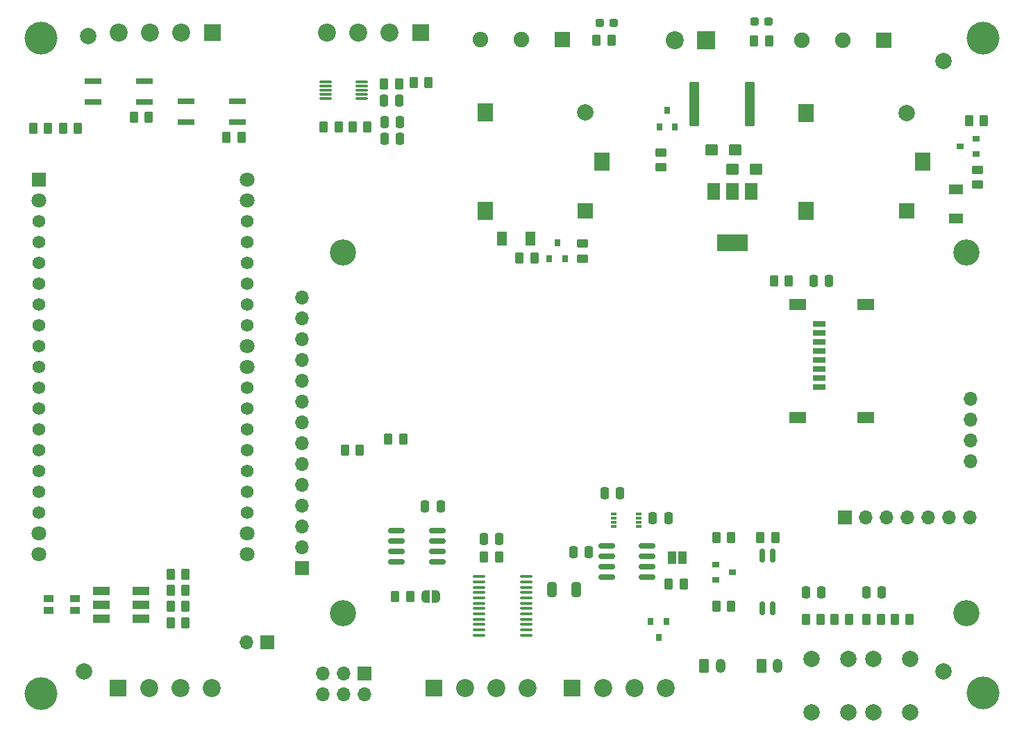
<source format=gbr>
%TF.GenerationSoftware,KiCad,Pcbnew,7.0.5-7.0.5~ubuntu20.04.1*%
%TF.CreationDate,2023-06-23T08:30:09+02:00*%
%TF.ProjectId,ControllerCircuit,436f6e74-726f-46c6-9c65-724369726375,rev?*%
%TF.SameCoordinates,Original*%
%TF.FileFunction,Soldermask,Top*%
%TF.FilePolarity,Negative*%
%FSLAX46Y46*%
G04 Gerber Fmt 4.6, Leading zero omitted, Abs format (unit mm)*
G04 Created by KiCad (PCBNEW 7.0.5-7.0.5~ubuntu20.04.1) date 2023-06-23 08:30:09*
%MOMM*%
%LPD*%
G01*
G04 APERTURE LIST*
G04 Aperture macros list*
%AMRoundRect*
0 Rectangle with rounded corners*
0 $1 Rounding radius*
0 $2 $3 $4 $5 $6 $7 $8 $9 X,Y pos of 4 corners*
0 Add a 4 corners polygon primitive as box body*
4,1,4,$2,$3,$4,$5,$6,$7,$8,$9,$2,$3,0*
0 Add four circle primitives for the rounded corners*
1,1,$1+$1,$2,$3*
1,1,$1+$1,$4,$5*
1,1,$1+$1,$6,$7*
1,1,$1+$1,$8,$9*
0 Add four rect primitives between the rounded corners*
20,1,$1+$1,$2,$3,$4,$5,0*
20,1,$1+$1,$4,$5,$6,$7,0*
20,1,$1+$1,$6,$7,$8,$9,0*
20,1,$1+$1,$8,$9,$2,$3,0*%
%AMFreePoly0*
4,1,19,0.500000,-0.750000,0.000000,-0.750000,0.000000,-0.744911,-0.071157,-0.744911,-0.207708,-0.704816,-0.327430,-0.627875,-0.420627,-0.520320,-0.479746,-0.390866,-0.500000,-0.250000,-0.500000,0.250000,-0.479746,0.390866,-0.420627,0.520320,-0.327430,0.627875,-0.207708,0.704816,-0.071157,0.744911,0.000000,0.744911,0.000000,0.750000,0.500000,0.750000,0.500000,-0.750000,0.500000,-0.750000,
$1*%
%AMFreePoly1*
4,1,19,0.000000,0.744911,0.071157,0.744911,0.207708,0.704816,0.327430,0.627875,0.420627,0.520320,0.479746,0.390866,0.500000,0.250000,0.500000,-0.250000,0.479746,-0.390866,0.420627,-0.520320,0.327430,-0.627875,0.207708,-0.704816,0.071157,-0.744911,0.000000,-0.744911,0.000000,-0.750000,-0.500000,-0.750000,-0.500000,0.750000,0.000000,0.750000,0.000000,0.744911,0.000000,0.744911,
$1*%
G04 Aperture macros list end*
%ADD10C,4.000000*%
%ADD11RoundRect,0.249999X-0.262501X-0.450001X0.262501X-0.450001X0.262501X0.450001X-0.262501X0.450001X0*%
%ADD12RoundRect,0.250000X-0.250000X-0.475000X0.250000X-0.475000X0.250000X0.475000X-0.250000X0.475000X0*%
%ADD13RoundRect,0.150000X-0.825000X-0.150000X0.825000X-0.150000X0.825000X0.150000X-0.825000X0.150000X0*%
%ADD14R,2.000000X2.000000*%
%ADD15C,2.200000*%
%ADD16R,1.800000X1.800000*%
%ADD17C,1.800000*%
%ADD18C,1.560000*%
%ADD19R,1.700000X1.700000*%
%ADD20O,1.700000X1.700000*%
%ADD21RoundRect,0.249999X-0.350001X-0.625001X0.350001X-0.625001X0.350001X0.625001X-0.350001X0.625001X0*%
%ADD22O,1.200000X1.750000*%
%ADD23R,1.980000X1.980000*%
%ADD24C,2.000000*%
%ADD25R,1.900000X2.200000*%
%ADD26RoundRect,0.237500X-0.287500X-0.237500X0.287500X-0.237500X0.287500X0.237500X-0.287500X0.237500X0*%
%ADD27R,1.700000X1.300000*%
%ADD28R,0.900000X0.800000*%
%ADD29RoundRect,0.249999X-0.450001X0.262501X-0.450001X-0.262501X0.450001X-0.262501X0.450001X0.262501X0*%
%ADD30RoundRect,0.249999X0.262501X0.450001X-0.262501X0.450001X-0.262501X-0.450001X0.262501X-0.450001X0*%
%ADD31R,0.800000X0.900000*%
%ADD32RoundRect,0.162500X-0.462500X-2.562500X0.462500X-2.562500X0.462500X2.562500X-0.462500X2.562500X0*%
%ADD33RoundRect,0.249999X-0.537501X-0.425001X0.537501X-0.425001X0.537501X0.425001X-0.537501X0.425001X0*%
%ADD34R,1.500000X2.000000*%
%ADD35R,3.800000X2.000000*%
%ADD36R,2.000000X0.640000*%
%ADD37R,1.900000X1.900000*%
%ADD38C,1.900000*%
%ADD39R,1.000000X1.500000*%
%ADD40FreePoly0,180.000000*%
%ADD41FreePoly1,180.000000*%
%ADD42R,2.200000X2.200000*%
%ADD43RoundRect,0.150000X-0.150000X0.662500X-0.150000X-0.662500X0.150000X-0.662500X0.150000X0.662500X0*%
%ADD44RoundRect,0.100000X-0.637500X-0.100000X0.637500X-0.100000X0.637500X0.100000X-0.637500X0.100000X0*%
%ADD45RoundRect,0.250000X-0.262500X-0.450000X0.262500X-0.450000X0.262500X0.450000X-0.262500X0.450000X0*%
%ADD46RoundRect,0.250000X0.325000X0.650000X-0.325000X0.650000X-0.325000X-0.650000X0.325000X-0.650000X0*%
%ADD47R,1.500000X0.800000*%
%ADD48R,2.000000X1.450000*%
%ADD49R,0.800000X0.300000*%
%ADD50C,3.200000*%
%ADD51R,1.200000X0.950000*%
%ADD52R,2.000000X1.100000*%
%ADD53RoundRect,0.250000X0.250000X0.475000X-0.250000X0.475000X-0.250000X-0.475000X0.250000X-0.475000X0*%
%ADD54RoundRect,0.075000X-0.650000X-0.075000X0.650000X-0.075000X0.650000X0.075000X-0.650000X0.075000X0*%
%ADD55R,1.300000X1.700000*%
%ADD56RoundRect,0.250000X0.262500X0.450000X-0.262500X0.450000X-0.262500X-0.450000X0.262500X-0.450000X0*%
G04 APERTURE END LIST*
D10*
%TO.C,REF\u002A\u002A*%
X118650000Y83800000D03*
%TD*%
%TO.C,REF\u002A\u002A*%
X118650000Y3850000D03*
%TD*%
D11*
%TO.C,R4*%
X19524740Y16375000D03*
X21349740Y16375000D03*
%TD*%
D12*
%TO.C,C6*%
X57742480Y22660000D03*
X59642480Y22660000D03*
%TD*%
%TO.C,C1*%
X50568980Y26689200D03*
X52468980Y26689200D03*
%TD*%
D11*
%TO.C,R9*%
X46927500Y15670000D03*
X48752500Y15670000D03*
%TD*%
D13*
%TO.C,U5*%
X47109980Y23654200D03*
X47109980Y22384200D03*
X47109980Y21114200D03*
X47109980Y19844200D03*
X52059980Y19844200D03*
X52059980Y21114200D03*
X52059980Y22384200D03*
X52059980Y23654200D03*
%TD*%
D14*
%TO.C,J7*%
X68499020Y4511340D03*
D15*
X72309020Y4511340D03*
X76119020Y4511340D03*
X79929020Y4511340D03*
%TD*%
D16*
%TO.C,U4*%
X3506394Y66570000D03*
D17*
X3506394Y64030000D03*
D18*
X3506394Y61490000D03*
X3506394Y58950000D03*
X3506394Y56410000D03*
X3506394Y53870000D03*
X3506394Y51330000D03*
X3506394Y48790000D03*
X3506394Y46250000D03*
X3506394Y43710000D03*
X3506394Y41170000D03*
X3506394Y38630000D03*
X3506394Y36090000D03*
X3506394Y33550000D03*
X3506394Y31010000D03*
X3506394Y28470000D03*
X3506394Y25930000D03*
D17*
X3506394Y23390000D03*
X3506394Y20850000D03*
X28906394Y66570000D03*
X28906394Y64030000D03*
D18*
X28906394Y61490000D03*
X28906394Y58950000D03*
X28906394Y56410000D03*
X28906394Y53870000D03*
X28906394Y51330000D03*
X28906394Y48790000D03*
D17*
X28906394Y46250000D03*
X28906394Y43710000D03*
D18*
X28906394Y41170000D03*
X28906394Y38630000D03*
X28906394Y36090000D03*
X28906394Y33550000D03*
X28906394Y31010000D03*
X28906394Y28470000D03*
X28906394Y25930000D03*
D17*
X28906394Y23390000D03*
X28906394Y20850000D03*
%TD*%
D14*
%TO.C,J1*%
X13090000Y4500000D03*
D15*
X16900000Y4500000D03*
X20710000Y4500000D03*
X24520000Y4500000D03*
%TD*%
D14*
%TO.C,J4*%
X51675686Y4496340D03*
D15*
X55485686Y4496340D03*
X59295686Y4496340D03*
X63105686Y4496340D03*
%TD*%
D19*
%TO.C,J8*%
X43200000Y6250000D03*
D20*
X43200000Y3710000D03*
X40660000Y6250000D03*
X40660000Y3710000D03*
X38120000Y6250000D03*
X38120000Y3710000D03*
%TD*%
D21*
%TO.C,TX1*%
X91591000Y7150400D03*
D22*
X93591000Y7150400D03*
%TD*%
D21*
%TO.C,RX1*%
X84580720Y7150400D03*
D22*
X86580720Y7150400D03*
%TD*%
D23*
%TO.C,K1*%
X109265000Y62700000D03*
D24*
X109265000Y74700000D03*
D25*
X111265000Y68700000D03*
X97065000Y62700000D03*
X97065000Y74700000D03*
%TD*%
D11*
%TO.C,R12*%
X90687500Y83475000D03*
X92512500Y83475000D03*
%TD*%
D26*
%TO.C,D3*%
X90725000Y85850000D03*
X92475000Y85850000D03*
%TD*%
D19*
%TO.C,J10*%
X31300000Y10100000D03*
D20*
X28760000Y10100000D03*
%TD*%
D11*
%TO.C,R1*%
X19524740Y18325000D03*
X21349740Y18325000D03*
%TD*%
%TO.C,R17*%
X19524740Y14425000D03*
X21349740Y14425000D03*
%TD*%
D10*
%TO.C,REF\u002A\u002A*%
X3700000Y83800000D03*
%TD*%
%TO.C,REF\u002A\u002A*%
X3700000Y3800000D03*
%TD*%
D27*
%TO.C,D2*%
X115350000Y61820000D03*
X115350000Y65320000D03*
%TD*%
D28*
%TO.C,Q1*%
X117800000Y69650000D03*
X117800000Y71550000D03*
X115800000Y70600000D03*
%TD*%
D29*
%TO.C,R10*%
X117950000Y67762500D03*
X117950000Y65937500D03*
%TD*%
D11*
%TO.C,R11*%
X116887500Y73700000D03*
X118712500Y73700000D03*
%TD*%
D30*
%TO.C,R3*%
X93292500Y22880000D03*
X91467500Y22880000D03*
%TD*%
D11*
%TO.C,R2*%
X86087500Y14500000D03*
X87912500Y14500000D03*
%TD*%
D29*
%TO.C,R8*%
X79300000Y69862500D03*
X79300000Y68037500D03*
%TD*%
D31*
%TO.C,Q3*%
X79150000Y73000000D03*
X81050000Y73000000D03*
X80100000Y75000000D03*
%TD*%
D32*
%TO.C,F1*%
X83362500Y75760000D03*
X90150000Y75800000D03*
%TD*%
D33*
%TO.C,C4*%
X88016700Y67836000D03*
X90891700Y67836000D03*
%TD*%
%TO.C,C3*%
X85531700Y70186000D03*
X88406700Y70186000D03*
%TD*%
D34*
%TO.C,U6*%
X90374200Y65121000D03*
X88074200Y65121000D03*
D35*
X88074200Y58821000D03*
D34*
X85774200Y65121000D03*
%TD*%
D36*
%TO.C,U9*%
X27675000Y73580000D03*
X27675000Y76120000D03*
X21375000Y76120000D03*
X21375000Y73580000D03*
%TD*%
D11*
%TO.C,R18*%
X26332500Y71700000D03*
X28157500Y71700000D03*
%TD*%
D37*
%TO.C,J2*%
X106475000Y83550000D03*
D38*
X101475000Y83550000D03*
X96475000Y83550000D03*
%TD*%
D30*
%TO.C,R19*%
X59584980Y20500000D03*
X57759980Y20500000D03*
%TD*%
D11*
%TO.C,R21*%
X40787500Y33500000D03*
X42612500Y33500000D03*
%TD*%
D12*
%TO.C,C2*%
X68650000Y21100000D03*
X70550000Y21100000D03*
%TD*%
D39*
%TO.C,JP1*%
X80650000Y20400000D03*
X81950000Y20400000D03*
%TD*%
D30*
%TO.C,R24*%
X21349740Y12425000D03*
X19524740Y12425000D03*
%TD*%
D36*
%TO.C,U12*%
X16375000Y76030000D03*
X16375000Y78570000D03*
X10075000Y78570000D03*
X10075000Y76030000D03*
%TD*%
D14*
%TO.C,J12*%
X24660000Y84470000D03*
D15*
X20850000Y84470000D03*
X17040000Y84470000D03*
X13230000Y84470000D03*
%TD*%
D40*
%TO.C,JP4*%
X51890000Y15660000D03*
D41*
X50590000Y15660000D03*
%TD*%
D31*
%TO.C,D8*%
X79990000Y12640000D03*
X78090000Y12640000D03*
X79040000Y10640000D03*
%TD*%
D42*
%TO.C,J5*%
X84825000Y83550000D03*
D15*
X81025000Y83550000D03*
%TD*%
D43*
%TO.C,U2*%
X92943320Y20607000D03*
X91673320Y20607000D03*
X91673320Y14232000D03*
X92943320Y14232000D03*
%TD*%
D19*
%TO.C,J14*%
X101800000Y25300000D03*
D20*
X104340000Y25300000D03*
X106880000Y25300000D03*
X109420000Y25300000D03*
X111960000Y25300000D03*
X114500000Y25300000D03*
X117040000Y25300000D03*
%TD*%
D12*
%TO.C,C10*%
X97950000Y54150000D03*
X99850000Y54150000D03*
%TD*%
%TO.C,C7*%
X96991000Y16129000D03*
X98891000Y16129000D03*
%TD*%
D11*
%TO.C,R7*%
X100457500Y12827000D03*
X102282500Y12827000D03*
%TD*%
%TO.C,R26*%
X97008500Y12827000D03*
X98833500Y12827000D03*
%TD*%
D24*
%TO.C,SW1*%
X97687000Y1524000D03*
X97687000Y8024000D03*
X102187000Y1524000D03*
X102187000Y8024000D03*
%TD*%
%TO.C,SW2*%
X105250000Y1524000D03*
X105250000Y8024000D03*
X109750000Y1524000D03*
X109750000Y8024000D03*
%TD*%
D11*
%TO.C,R27*%
X107823500Y12827000D03*
X109648500Y12827000D03*
%TD*%
D12*
%TO.C,C11*%
X104357000Y16129000D03*
X106257000Y16129000D03*
%TD*%
D11*
%TO.C,R28*%
X104374500Y12827000D03*
X106199500Y12827000D03*
%TD*%
D44*
%TO.C,U3*%
X57137500Y18075000D03*
X57137500Y17425000D03*
X57137500Y16775000D03*
X57137500Y16125000D03*
X57137500Y15475000D03*
X57137500Y14825000D03*
X57137500Y14175000D03*
X57137500Y13525000D03*
X57137500Y12875000D03*
X57137500Y12225000D03*
X57137500Y11575000D03*
X57137500Y10925000D03*
X62862500Y10925000D03*
X62862500Y11575000D03*
X62862500Y12225000D03*
X62862500Y12875000D03*
X62862500Y13525000D03*
X62862500Y14175000D03*
X62862500Y14825000D03*
X62862500Y15475000D03*
X62862500Y16125000D03*
X62862500Y16775000D03*
X62862500Y17425000D03*
X62862500Y18075000D03*
%TD*%
D28*
%TO.C,Q4*%
X86020000Y19575000D03*
X86020000Y17675000D03*
X88020000Y18625000D03*
%TD*%
D45*
%TO.C,R20*%
X86087500Y22880000D03*
X87912500Y22880000D03*
%TD*%
D46*
%TO.C,C5*%
X68975000Y16500000D03*
X66025000Y16500000D03*
%TD*%
D45*
%TO.C,R29*%
X46087500Y34900000D03*
X47912500Y34900000D03*
%TD*%
D47*
%TO.C,J15*%
X98600000Y41195000D03*
X98600000Y42295000D03*
X98600000Y43395000D03*
X98600000Y44495000D03*
X98600000Y45595000D03*
X98600000Y46695000D03*
X98600000Y47795000D03*
X98600000Y48895000D03*
D48*
X96000000Y37525000D03*
X104300000Y37525000D03*
X104300000Y51275000D03*
X96000000Y51275000D03*
%TD*%
D24*
%TO.C,FID1*%
X9500000Y84100000D03*
%TD*%
%TO.C,FID2*%
X9000000Y6500000D03*
%TD*%
%TO.C,FID3*%
X113750000Y6500000D03*
%TD*%
%TO.C,FID4*%
X113750000Y81000000D03*
%TD*%
D12*
%TO.C,C9*%
X78350000Y25200000D03*
X80250000Y25200000D03*
%TD*%
D49*
%TO.C,U1*%
X73550000Y25730000D03*
X73550000Y25230000D03*
X73550000Y24730000D03*
X73550000Y24230000D03*
X76650000Y24230000D03*
X76650000Y24730000D03*
X76650000Y25230000D03*
X76650000Y25730000D03*
%TD*%
D13*
%TO.C,U7*%
X72725000Y21805000D03*
X72725000Y20535000D03*
X72725000Y19265000D03*
X72725000Y17995000D03*
X77675000Y17995000D03*
X77675000Y19265000D03*
X77675000Y20535000D03*
X77675000Y21805000D03*
%TD*%
D30*
%TO.C,R6*%
X82112500Y17200000D03*
X80287500Y17200000D03*
%TD*%
D50*
%TO.C,LCD1*%
X116550000Y13625000D03*
X116550000Y57625000D03*
X40550000Y13625000D03*
X40550000Y57625000D03*
D19*
X35550000Y19125000D03*
D20*
X35550000Y21665000D03*
X35550000Y24205000D03*
X35550000Y26745000D03*
X35550000Y29285000D03*
X35550000Y31825000D03*
X35550000Y34365000D03*
X35550000Y36905000D03*
X35550000Y39445000D03*
X35550000Y41985000D03*
X35550000Y44525000D03*
X35550000Y47065000D03*
X35550000Y49605000D03*
X35550000Y52145000D03*
X117050000Y32125000D03*
X117050000Y34665000D03*
X117050000Y37205000D03*
X117050000Y39745000D03*
%TD*%
D12*
%TO.C,C8*%
X72450000Y28300000D03*
X74350000Y28300000D03*
%TD*%
D51*
%TO.C,D6*%
X4650000Y13975000D03*
X4650000Y15425000D03*
X7850000Y15425000D03*
X7850000Y13975000D03*
%TD*%
D52*
%TO.C,D1*%
X15875000Y12925000D03*
X15875000Y14625000D03*
X15875000Y16325000D03*
X11075000Y16325000D03*
X11075000Y14625000D03*
X11075000Y12925000D03*
%TD*%
D45*
%TO.C,R22*%
X93087500Y54180000D03*
X94912500Y54180000D03*
%TD*%
D11*
%TO.C,R16*%
X2762500Y72775000D03*
X4587500Y72775000D03*
%TD*%
D30*
%TO.C,R5*%
X8216200Y72775000D03*
X6391200Y72775000D03*
%TD*%
D11*
%TO.C,R25*%
X15032500Y74150000D03*
X16857500Y74150000D03*
%TD*%
D53*
%TO.C,C14*%
X47490000Y71535000D03*
X45590000Y71535000D03*
%TD*%
D14*
%TO.C,J9*%
X50075000Y84470000D03*
D15*
X46265000Y84470000D03*
X42455000Y84470000D03*
X38645000Y84470000D03*
%TD*%
D53*
%TO.C,C13*%
X47490000Y73585000D03*
X45590000Y73585000D03*
%TD*%
D12*
%TO.C,C12*%
X45540000Y76210000D03*
X47440000Y76210000D03*
%TD*%
D45*
%TO.C,R30*%
X49177500Y78360000D03*
X51002500Y78360000D03*
%TD*%
%TO.C,R23*%
X45577500Y78260000D03*
X47402500Y78260000D03*
%TD*%
D54*
%TO.C,U8*%
X38465000Y78435000D03*
X38465000Y77935000D03*
X38465000Y77435000D03*
X38465000Y76935000D03*
X38465000Y76435000D03*
X42865000Y76435000D03*
X42865000Y76935000D03*
X42865000Y77435000D03*
X42865000Y77935000D03*
X42865000Y78435000D03*
%TD*%
D23*
%TO.C,K2*%
X70100000Y62750000D03*
D24*
X70100000Y74750000D03*
D25*
X72100000Y68750000D03*
X57900000Y62750000D03*
X57900000Y74750000D03*
%TD*%
D31*
%TO.C,Q2*%
X65725000Y56850000D03*
X67625000Y56850000D03*
X66675000Y58850000D03*
%TD*%
D30*
%TO.C,R14*%
X63887500Y57000000D03*
X62062500Y57000000D03*
%TD*%
D29*
%TO.C,R15*%
X69725000Y58742500D03*
X69725000Y56917500D03*
%TD*%
D26*
%TO.C,D4*%
X71850000Y85675000D03*
X73600000Y85675000D03*
%TD*%
D55*
%TO.C,D5*%
X59925000Y59300000D03*
X63425000Y59300000D03*
%TD*%
D37*
%TO.C,J3*%
X67310000Y83600000D03*
D38*
X62310000Y83600000D03*
X57310000Y83600000D03*
%TD*%
D11*
%TO.C,R13*%
X71462500Y83525000D03*
X73287500Y83525000D03*
%TD*%
D56*
%TO.C,R31*%
X43547500Y72990000D03*
X41722500Y72990000D03*
%TD*%
%TO.C,R32*%
X40042500Y72980000D03*
X38217500Y72980000D03*
%TD*%
M02*

</source>
